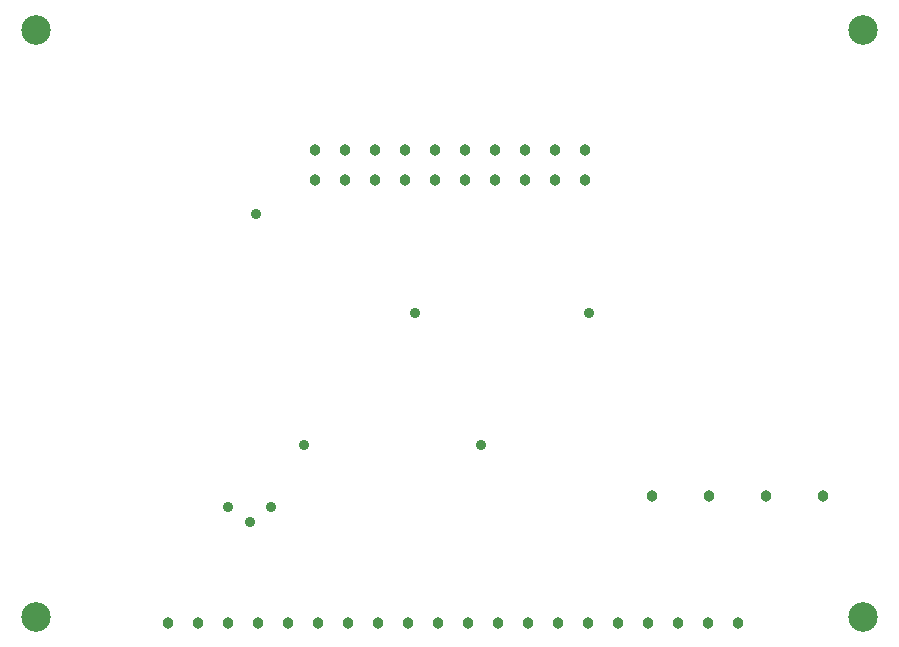
<source format=gbr>
G04 Generated by Ultiboard 13.0 *
%FSLAX25Y25*%
%MOIN*%

%ADD11C,0.03600*%
%ADD12C,0.09843*%
%ADD13C,0.03800*%


G04 ColorRGB 000000 for the following layer *
%LNDrill-Copper Top-Copper Bottom*%
%LPD*%
G54D11*
X99000Y69000D03*
X158000Y69000D03*
X136000Y113000D03*
X194000Y113000D03*
X81000Y43441D03*
X73913Y48559D03*
X88087Y48559D03*
X83000Y146000D03*
G54D12*
X9843Y207480D03*
X285433Y207480D03*
X9843Y11811D03*
X285433Y11811D03*
G54D13*
X215000Y52000D03*
X234000Y52000D03*
X253000Y52000D03*
X272000Y52000D03*
X132631Y157435D03*
X142631Y157435D03*
X152631Y157435D03*
X162631Y157435D03*
X172631Y157435D03*
X182631Y157435D03*
X192631Y157435D03*
X112631Y157435D03*
X192631Y167435D03*
X162631Y167435D03*
X172631Y167435D03*
X182631Y167435D03*
X142631Y167435D03*
X152631Y167435D03*
X132631Y167435D03*
X112631Y167435D03*
X122631Y167435D03*
X102631Y167435D03*
X122631Y157435D03*
X102631Y157435D03*
X133937Y9843D03*
X143937Y9843D03*
X153937Y9843D03*
X163937Y9843D03*
X173937Y9843D03*
X183937Y9843D03*
X193937Y9843D03*
X203937Y9843D03*
X213937Y9843D03*
X223937Y9843D03*
X233937Y9843D03*
X243937Y9843D03*
X63937Y9843D03*
X123937Y9843D03*
X53937Y9843D03*
X93937Y9843D03*
X73937Y9843D03*
X83937Y9843D03*
X113937Y9843D03*
X103937Y9843D03*

M02*

</source>
